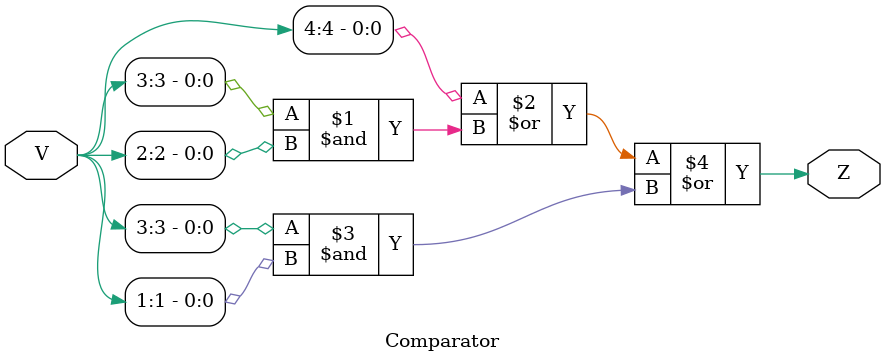
<source format=v>
module Comparator(V,Z);
	input [4:0] V;
	output Z;
	//comparator make 5bit 
	//S = {C_out, s}; 한 이유도 comparator에 전달하여 값을 보정하기 위함
	assign Z = V[4] | (V[3] & V[2]) | (V[3] & V[1]);

endmodule
</source>
